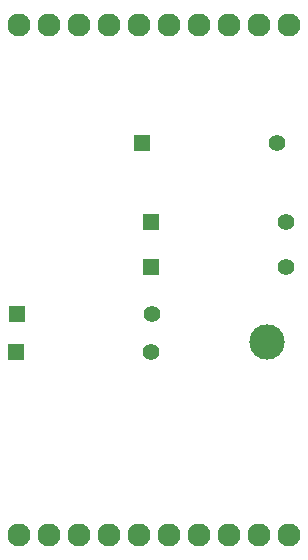
<source format=gbr>
%TF.GenerationSoftware,KiCad,Pcbnew,8.0.8*%
%TF.CreationDate,2025-04-04T13:22:33-04:00*%
%TF.ProjectId,Precharge Module V4.0,50726563-6861-4726-9765-204d6f64756c,rev?*%
%TF.SameCoordinates,Original*%
%TF.FileFunction,Soldermask,Bot*%
%TF.FilePolarity,Negative*%
%FSLAX46Y46*%
G04 Gerber Fmt 4.6, Leading zero omitted, Abs format (unit mm)*
G04 Created by KiCad (PCBNEW 8.0.8) date 2025-04-04 13:22:33*
%MOMM*%
%LPD*%
G01*
G04 APERTURE LIST*
%ADD10R,1.397000X1.397000*%
%ADD11C,1.397000*%
%ADD12C,3.000000*%
%ADD13C,1.954000*%
G04 APERTURE END LIST*
D10*
%TO.C,R6*%
X50585000Y-53100000D03*
D11*
X62015000Y-53100000D03*
%TD*%
D12*
%TO.C,PC COIL -*%
X71800000Y-52200000D03*
%TD*%
D10*
%TO.C,R8*%
X61970000Y-42100000D03*
D11*
X73400000Y-42100000D03*
%TD*%
D10*
%TO.C,R7*%
X61185000Y-35400000D03*
D11*
X72615000Y-35400000D03*
%TD*%
D13*
%TO.C,J2*%
X50800000Y-68580000D03*
X53340000Y-68580000D03*
X55880000Y-68580000D03*
X58420000Y-68580000D03*
X60960000Y-68580000D03*
X63500000Y-68580000D03*
X66040000Y-68580000D03*
X68580000Y-68580000D03*
X71120000Y-68580000D03*
X73660000Y-68580000D03*
%TD*%
D10*
%TO.C,R10*%
X61985000Y-45900000D03*
D11*
X73415000Y-45900000D03*
%TD*%
D10*
%TO.C,R2*%
X50600000Y-49900000D03*
D11*
X62030000Y-49900000D03*
%TD*%
D13*
%TO.C,J1*%
X50800000Y-25400000D03*
X53340000Y-25400000D03*
X55880000Y-25400000D03*
X58420000Y-25400000D03*
X60960000Y-25400000D03*
X63500000Y-25400000D03*
X66040000Y-25400000D03*
X68580000Y-25400000D03*
X71120000Y-25400000D03*
X73660000Y-25400000D03*
%TD*%
M02*

</source>
